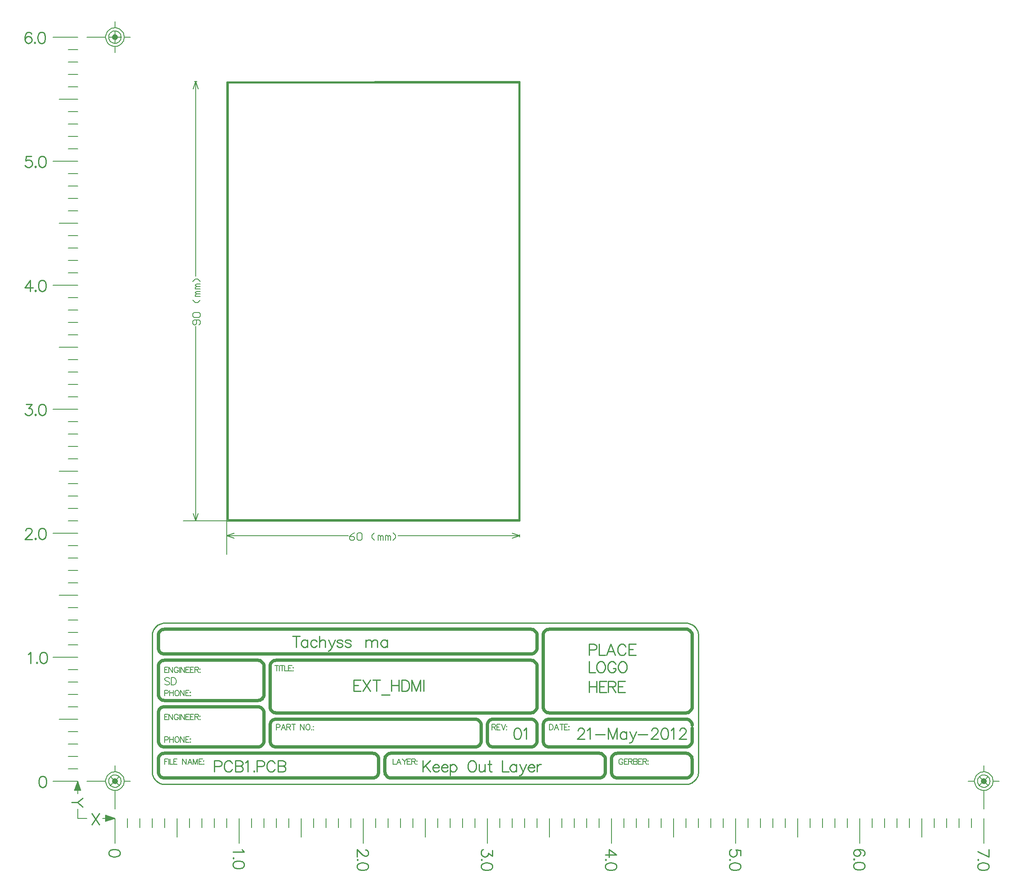
<source format=gko>
%FSLAX44Y44*%
%MOMM*%
G71*
G01*
G75*
%ADD10R,0.5000X0.5000*%
%ADD11R,1.4000X1.2000*%
%ADD12R,0.5080X0.6350*%
%ADD13R,0.3000X0.9000*%
%ADD14R,0.9000X0.3000*%
%ADD15R,5.2000X5.2000*%
%ADD16R,1.6000X1.6000*%
%ADD17R,1.1000X0.6000*%
%ADD18R,6.7000X6.7000*%
%ADD19R,3.0000X1.6000*%
%ADD20R,2.6000X0.3000*%
%ADD21R,0.6350X0.5080*%
%ADD22R,0.6000X1.1000*%
%ADD23R,0.5000X1.0000*%
%ADD24C,0.5000*%
%ADD25C,0.3000*%
%ADD26C,0.2000*%
%ADD27C,0.2286*%
%ADD28C,0.6350*%
%ADD29C,0.2540*%
%ADD30C,0.2032*%
%ADD31C,0.2500*%
%ADD32C,0.1270*%
%ADD33C,0.1524*%
%ADD34C,2.4000*%
%ADD35R,1.6000X2.0000*%
%ADD36O,1.6000X2.0000*%
%ADD37C,6.0000*%
%ADD38C,2.3000*%
%ADD39C,3.3000*%
%ADD40C,2.0000*%
%ADD41R,2.0000X2.0000*%
%ADD42C,0.8000*%
%ADD43C,1.0000*%
%ADD44C,0.4000*%
%ADD45R,0.7000X0.7000*%
%ADD46R,1.6000X1.4000*%
%ADD47R,0.7080X0.8350*%
%ADD48R,0.5000X1.1000*%
%ADD49R,1.1000X0.5000*%
%ADD50R,5.4000X5.4000*%
%ADD51R,1.8000X1.8000*%
%ADD52R,1.3000X0.8000*%
%ADD53R,6.9000X6.9000*%
%ADD54R,3.2000X1.8000*%
%ADD55R,2.8000X0.5000*%
%ADD56R,0.8350X0.7080*%
%ADD57R,0.8000X1.3000*%
%ADD58R,0.7000X1.2000*%
%ADD59C,2.6000*%
%ADD60R,1.8000X2.2000*%
%ADD61O,1.8000X2.2000*%
%ADD62C,6.2000*%
%ADD63C,2.5000*%
%ADD64C,3.5000*%
%ADD65C,2.2000*%
%ADD66R,2.2000X2.2000*%
%ADD67C,1.2000*%
D26*
X2559398Y1850218D02*
Y1855298D01*
X1959398Y1850218D02*
Y1855298D01*
X2544158Y1847678D02*
X2559398Y1852758D01*
X2544158Y1857838D02*
X2559398Y1852758D01*
X1959398D02*
X1974638Y1847678D01*
X1959398Y1852758D02*
X1974638Y1857838D01*
X2310437Y1852758D02*
X2559398D01*
X1959398D02*
X2208359D01*
X1959398Y1814658D02*
Y1883238D01*
X1893358Y2783238D02*
X1898438D01*
X1893358Y1883238D02*
X1898438D01*
X1895898Y2783238D02*
X1900978Y2767998D01*
X1890818D02*
X1895898Y2783238D01*
Y1883238D02*
X1900978Y1898478D01*
X1890818D02*
X1895898Y1883238D01*
Y2384277D02*
Y2783238D01*
Y1883238D02*
Y2282199D01*
X1870498Y1883238D02*
X1959398D01*
D27*
X2101636Y1647013D02*
Y1624158D01*
X2094018Y1647013D02*
X2109254D01*
X2125035Y1639395D02*
Y1624158D01*
Y1636130D02*
X2122859Y1638306D01*
X2120682Y1639395D01*
X2117417D01*
X2115240Y1638306D01*
X2113064Y1636130D01*
X2111975Y1632865D01*
Y1630688D01*
X2113064Y1627423D01*
X2115240Y1625246D01*
X2117417Y1624158D01*
X2120682D01*
X2122859Y1625246D01*
X2125035Y1627423D01*
X2144190Y1636130D02*
X2142013Y1638306D01*
X2139837Y1639395D01*
X2136572D01*
X2134395Y1638306D01*
X2132218Y1636130D01*
X2131130Y1632865D01*
Y1630688D01*
X2132218Y1627423D01*
X2134395Y1625246D01*
X2136572Y1624158D01*
X2139837D01*
X2142013Y1625246D01*
X2144190Y1627423D01*
X2149088Y1647013D02*
Y1624158D01*
Y1635042D02*
X2152353Y1638306D01*
X2154529Y1639395D01*
X2157794D01*
X2159971Y1638306D01*
X2161059Y1635042D01*
Y1624158D01*
X2168134Y1639395D02*
X2174664Y1624158D01*
X2181194Y1639395D02*
X2174664Y1624158D01*
X2172487Y1619805D01*
X2170310Y1617628D01*
X2168134Y1616540D01*
X2167045D01*
X2196974Y1636130D02*
X2195886Y1638306D01*
X2192621Y1639395D01*
X2189356D01*
X2186091Y1638306D01*
X2185003Y1636130D01*
X2186091Y1633953D01*
X2188268Y1632865D01*
X2193709Y1631776D01*
X2195886Y1630688D01*
X2196974Y1628512D01*
Y1627423D01*
X2195886Y1625246D01*
X2192621Y1624158D01*
X2189356D01*
X2186091Y1625246D01*
X2185003Y1627423D01*
X2213735Y1636130D02*
X2212646Y1638306D01*
X2209382Y1639395D01*
X2206116D01*
X2202852Y1638306D01*
X2201763Y1636130D01*
X2202852Y1633953D01*
X2205028Y1632865D01*
X2210470Y1631776D01*
X2212646Y1630688D01*
X2213735Y1628512D01*
Y1627423D01*
X2212646Y1625246D01*
X2209382Y1624158D01*
X2206116D01*
X2202852Y1625246D01*
X2201763Y1627423D01*
X2243664Y1639395D02*
Y1624158D01*
Y1635042D02*
X2246929Y1638306D01*
X2249106Y1639395D01*
X2252371D01*
X2254548Y1638306D01*
X2255636Y1635042D01*
Y1624158D01*
Y1635042D02*
X2258901Y1638306D01*
X2261078Y1639395D01*
X2264343D01*
X2266519Y1638306D01*
X2267608Y1635042D01*
Y1624158D01*
X2287851Y1639395D02*
Y1624158D01*
Y1636130D02*
X2285674Y1638306D01*
X2283497Y1639395D01*
X2280232D01*
X2278056Y1638306D01*
X2275879Y1636130D01*
X2274791Y1632865D01*
Y1630688D01*
X2275879Y1627423D01*
X2278056Y1625246D01*
X2280232Y1624158D01*
X2283497D01*
X2285674Y1625246D01*
X2287851Y1627423D01*
X2233896Y1556843D02*
X2219748D01*
Y1533988D01*
X2233896D01*
X2219748Y1545960D02*
X2228454D01*
X2237705Y1556843D02*
X2252942Y1533988D01*
Y1556843D02*
X2237705Y1533988D01*
X2265676Y1556843D02*
Y1533988D01*
X2258057Y1556843D02*
X2273294D01*
X2276015Y1526370D02*
X2293428D01*
X2296367Y1556843D02*
Y1533988D01*
X2311603Y1556843D02*
Y1533988D01*
X2296367Y1545960D02*
X2311603D01*
X2317916Y1556843D02*
Y1533988D01*
Y1556843D02*
X2325534D01*
X2328799Y1555755D01*
X2330976Y1553578D01*
X2332064Y1551402D01*
X2333152Y1548136D01*
Y1542695D01*
X2332064Y1539430D01*
X2330976Y1537253D01*
X2328799Y1535076D01*
X2325534Y1533988D01*
X2317916D01*
X2338268Y1556843D02*
Y1533988D01*
Y1556843D02*
X2346974Y1533988D01*
X2355681Y1556843D02*
X2346974Y1533988D01*
X2355681Y1556843D02*
Y1533988D01*
X2362211Y1556843D02*
Y1533988D01*
X1933998Y1379772D02*
X1943793D01*
X1947058Y1380860D01*
X1948146Y1381948D01*
X1949234Y1384125D01*
Y1387390D01*
X1948146Y1389567D01*
X1947058Y1390655D01*
X1943793Y1391743D01*
X1933998D01*
Y1368888D01*
X1970675Y1386302D02*
X1969586Y1388478D01*
X1967410Y1390655D01*
X1965233Y1391743D01*
X1960880D01*
X1958703Y1390655D01*
X1956526Y1388478D01*
X1955438Y1386302D01*
X1954350Y1383036D01*
Y1377595D01*
X1955438Y1374330D01*
X1956526Y1372153D01*
X1958703Y1369977D01*
X1960880Y1368888D01*
X1965233D01*
X1967410Y1369977D01*
X1969586Y1372153D01*
X1970675Y1374330D01*
X1977096Y1391743D02*
Y1368888D01*
Y1391743D02*
X1986891D01*
X1990156Y1390655D01*
X1991244Y1389567D01*
X1992333Y1387390D01*
Y1385213D01*
X1991244Y1383036D01*
X1990156Y1381948D01*
X1986891Y1380860D01*
X1977096D02*
X1986891D01*
X1990156Y1379772D01*
X1991244Y1378683D01*
X1992333Y1376507D01*
Y1373241D01*
X1991244Y1371065D01*
X1990156Y1369977D01*
X1986891Y1368888D01*
X1977096D01*
X1997448Y1387390D02*
X1999624Y1388478D01*
X2002890Y1391743D01*
Y1368888D01*
X2015297Y1371065D02*
X2014208Y1369977D01*
X2015297Y1368888D01*
X2016385Y1369977D01*
X2015297Y1371065D01*
X2021391Y1379772D02*
X2031186D01*
X2034451Y1380860D01*
X2035540Y1381948D01*
X2036628Y1384125D01*
Y1387390D01*
X2035540Y1389567D01*
X2034451Y1390655D01*
X2031186Y1391743D01*
X2021391D01*
Y1368888D01*
X2058068Y1386302D02*
X2056980Y1388478D01*
X2054803Y1390655D01*
X2052627Y1391743D01*
X2048273D01*
X2046096Y1390655D01*
X2043920Y1388478D01*
X2042832Y1386302D01*
X2041743Y1383036D01*
Y1377595D01*
X2042832Y1374330D01*
X2043920Y1372153D01*
X2046096Y1369977D01*
X2048273Y1368888D01*
X2052627D01*
X2054803Y1369977D01*
X2056980Y1372153D01*
X2058068Y1374330D01*
X2064489Y1391743D02*
Y1368888D01*
Y1391743D02*
X2074285D01*
X2077549Y1390655D01*
X2078638Y1389567D01*
X2079726Y1387390D01*
Y1385213D01*
X2078638Y1383036D01*
X2077549Y1381948D01*
X2074285Y1380860D01*
X2064489D02*
X2074285D01*
X2077549Y1379772D01*
X2078638Y1378683D01*
X2079726Y1376507D01*
Y1373241D01*
X2078638Y1371065D01*
X2077549Y1369977D01*
X2074285Y1368888D01*
X2064489D01*
X2360718Y1391743D02*
Y1368888D01*
X2375954Y1391743D02*
X2360718Y1376507D01*
X2366159Y1381948D02*
X2375954Y1368888D01*
X2381070Y1377595D02*
X2394130D01*
Y1379772D01*
X2393041Y1381948D01*
X2391953Y1383036D01*
X2389776Y1384125D01*
X2386511D01*
X2384335Y1383036D01*
X2382158Y1380860D01*
X2381070Y1377595D01*
Y1375418D01*
X2382158Y1372153D01*
X2384335Y1369977D01*
X2386511Y1368888D01*
X2389776D01*
X2391953Y1369977D01*
X2394130Y1372153D01*
X2399027Y1377595D02*
X2412087D01*
Y1379772D01*
X2410999Y1381948D01*
X2409911Y1383036D01*
X2407734Y1384125D01*
X2404469D01*
X2402292Y1383036D01*
X2400116Y1380860D01*
X2399027Y1377595D01*
Y1375418D01*
X2400116Y1372153D01*
X2402292Y1369977D01*
X2404469Y1368888D01*
X2407734D01*
X2409911Y1369977D01*
X2412087Y1372153D01*
X2416985Y1384125D02*
Y1361270D01*
Y1380860D02*
X2419161Y1383036D01*
X2421338Y1384125D01*
X2424603D01*
X2426780Y1383036D01*
X2428956Y1380860D01*
X2430045Y1377595D01*
Y1375418D01*
X2428956Y1372153D01*
X2426780Y1369977D01*
X2424603Y1368888D01*
X2421338D01*
X2419161Y1369977D01*
X2416985Y1372153D01*
X2459430Y1391743D02*
X2457253Y1390655D01*
X2455077Y1388478D01*
X2453988Y1386302D01*
X2452900Y1383036D01*
Y1377595D01*
X2453988Y1374330D01*
X2455077Y1372153D01*
X2457253Y1369977D01*
X2459430Y1368888D01*
X2463783D01*
X2465960Y1369977D01*
X2468137Y1372153D01*
X2469225Y1374330D01*
X2470313Y1377595D01*
Y1383036D01*
X2469225Y1386302D01*
X2468137Y1388478D01*
X2465960Y1390655D01*
X2463783Y1391743D01*
X2459430D01*
X2475646Y1384125D02*
Y1373241D01*
X2476734Y1369977D01*
X2478911Y1368888D01*
X2482176D01*
X2484353Y1369977D01*
X2487618Y1373241D01*
Y1384125D02*
Y1368888D01*
X2496869Y1391743D02*
Y1373241D01*
X2497957Y1369977D01*
X2500134Y1368888D01*
X2502310D01*
X2493604Y1384125D02*
X2501222D01*
X2523533Y1391743D02*
Y1368888D01*
X2536593D01*
X2552156Y1384125D02*
Y1368888D01*
Y1380860D02*
X2549980Y1383036D01*
X2547803Y1384125D01*
X2544538D01*
X2542361Y1383036D01*
X2540185Y1380860D01*
X2539096Y1377595D01*
Y1375418D01*
X2540185Y1372153D01*
X2542361Y1369977D01*
X2544538Y1368888D01*
X2547803D01*
X2549980Y1369977D01*
X2552156Y1372153D01*
X2559339Y1384125D02*
X2565869Y1368888D01*
X2572399Y1384125D02*
X2565869Y1368888D01*
X2563693Y1364535D01*
X2561516Y1362358D01*
X2559339Y1361270D01*
X2558251D01*
X2576208Y1377595D02*
X2589269D01*
Y1379772D01*
X2588180Y1381948D01*
X2587092Y1383036D01*
X2584915Y1384125D01*
X2581650D01*
X2579474Y1383036D01*
X2577297Y1380860D01*
X2576208Y1377595D01*
Y1375418D01*
X2577297Y1372153D01*
X2579474Y1369977D01*
X2581650Y1368888D01*
X2584915D01*
X2587092Y1369977D01*
X2589269Y1372153D01*
X2594166Y1384125D02*
Y1368888D01*
Y1377595D02*
X2595255Y1380860D01*
X2597431Y1383036D01*
X2599608Y1384125D01*
X2602873D01*
X2553303Y1458418D02*
X2550038Y1457330D01*
X2547861Y1454065D01*
X2546773Y1448623D01*
Y1445358D01*
X2547861Y1439917D01*
X2550038Y1436651D01*
X2553303Y1435563D01*
X2555479D01*
X2558744Y1436651D01*
X2560921Y1439917D01*
X2562009Y1445358D01*
Y1448623D01*
X2560921Y1454065D01*
X2558744Y1457330D01*
X2555479Y1458418D01*
X2553303D01*
X2567125Y1454065D02*
X2569301Y1455153D01*
X2572566Y1458418D01*
Y1435563D01*
X2701078Y1618531D02*
X2710873D01*
X2714138Y1619620D01*
X2715226Y1620708D01*
X2716314Y1622885D01*
Y1626150D01*
X2715226Y1628327D01*
X2714138Y1629415D01*
X2710873Y1630503D01*
X2701078D01*
Y1607648D01*
X2721430Y1630503D02*
Y1607648D01*
X2734490D01*
X2754406D02*
X2745699Y1630503D01*
X2736993Y1607648D01*
X2740258Y1615267D02*
X2751141D01*
X2776064Y1625061D02*
X2774976Y1627238D01*
X2772799Y1629415D01*
X2770623Y1630503D01*
X2766269D01*
X2764092Y1629415D01*
X2761916Y1627238D01*
X2760827Y1625061D01*
X2759739Y1621797D01*
Y1616355D01*
X2760827Y1613090D01*
X2761916Y1610913D01*
X2764092Y1608737D01*
X2766269Y1607648D01*
X2770623D01*
X2772799Y1608737D01*
X2774976Y1610913D01*
X2776064Y1613090D01*
X2796634Y1630503D02*
X2782485D01*
Y1607648D01*
X2796634D01*
X2782485Y1619620D02*
X2791192D01*
X2701078Y1594943D02*
Y1572088D01*
X2714138D01*
X2723171Y1594943D02*
X2720994Y1593855D01*
X2718818Y1591678D01*
X2717729Y1589501D01*
X2716641Y1586237D01*
Y1580795D01*
X2717729Y1577530D01*
X2718818Y1575353D01*
X2720994Y1573177D01*
X2723171Y1572088D01*
X2727524D01*
X2729701Y1573177D01*
X2731878Y1575353D01*
X2732966Y1577530D01*
X2734054Y1580795D01*
Y1586237D01*
X2732966Y1589501D01*
X2731878Y1591678D01*
X2729701Y1593855D01*
X2727524Y1594943D01*
X2723171D01*
X2755712Y1589501D02*
X2754624Y1591678D01*
X2752447Y1593855D01*
X2750271Y1594943D01*
X2745917D01*
X2743741Y1593855D01*
X2741564Y1591678D01*
X2740475Y1589501D01*
X2739387Y1586237D01*
Y1580795D01*
X2740475Y1577530D01*
X2741564Y1575353D01*
X2743741Y1573177D01*
X2745917Y1572088D01*
X2750271D01*
X2752447Y1573177D01*
X2754624Y1575353D01*
X2755712Y1577530D01*
Y1580795D01*
X2750271D02*
X2755712D01*
X2767466Y1594943D02*
X2765290Y1593855D01*
X2763113Y1591678D01*
X2762025Y1589501D01*
X2760936Y1586237D01*
Y1580795D01*
X2762025Y1577530D01*
X2763113Y1575353D01*
X2765290Y1573177D01*
X2767466Y1572088D01*
X2771820D01*
X2773996Y1573177D01*
X2776173Y1575353D01*
X2777261Y1577530D01*
X2778350Y1580795D01*
Y1586237D01*
X2777261Y1589501D01*
X2776173Y1591678D01*
X2773996Y1593855D01*
X2771820Y1594943D01*
X2767466D01*
X2701078Y1554303D02*
Y1531448D01*
X2716314Y1554303D02*
Y1531448D01*
X2701078Y1543420D02*
X2716314D01*
X2736775Y1554303D02*
X2722627D01*
Y1531448D01*
X2736775D01*
X2722627Y1543420D02*
X2731334D01*
X2740584Y1554303D02*
Y1531448D01*
Y1554303D02*
X2750379D01*
X2753644Y1553215D01*
X2754733Y1552127D01*
X2755821Y1549950D01*
Y1547773D01*
X2754733Y1545596D01*
X2753644Y1544508D01*
X2750379Y1543420D01*
X2740584D01*
X2748203D02*
X2755821Y1531448D01*
X2775085Y1554303D02*
X2760936D01*
Y1531448D01*
X2775085D01*
X2760936Y1543420D02*
X2769643D01*
X2678036Y1452977D02*
Y1454065D01*
X2679124Y1456242D01*
X2680213Y1457330D01*
X2682390Y1458418D01*
X2686743D01*
X2688919Y1457330D01*
X2690008Y1456242D01*
X2691096Y1454065D01*
Y1451888D01*
X2690008Y1449711D01*
X2687831Y1446447D01*
X2676948Y1435563D01*
X2692184D01*
X2697299Y1454065D02*
X2699476Y1455153D01*
X2702741Y1458418D01*
Y1435563D01*
X2714060Y1445358D02*
X2733650D01*
X2740398Y1458418D02*
Y1435563D01*
Y1458418D02*
X2749105Y1435563D01*
X2757811Y1458418D02*
X2749105Y1435563D01*
X2757811Y1458418D02*
Y1435563D01*
X2777401Y1450800D02*
Y1435563D01*
Y1447535D02*
X2775225Y1449711D01*
X2773048Y1450800D01*
X2769783D01*
X2767606Y1449711D01*
X2765430Y1447535D01*
X2764341Y1444270D01*
Y1442093D01*
X2765430Y1438828D01*
X2767606Y1436651D01*
X2769783Y1435563D01*
X2773048D01*
X2775225Y1436651D01*
X2777401Y1438828D01*
X2784584Y1450800D02*
X2791115Y1435563D01*
X2797644Y1450800D02*
X2791115Y1435563D01*
X2788938Y1431210D01*
X2786761Y1429033D01*
X2784584Y1427945D01*
X2783496D01*
X2801454Y1445358D02*
X2821044D01*
X2828880Y1452977D02*
Y1454065D01*
X2829968Y1456242D01*
X2831057Y1457330D01*
X2833233Y1458418D01*
X2837586D01*
X2839763Y1457330D01*
X2840851Y1456242D01*
X2841940Y1454065D01*
Y1451888D01*
X2840851Y1449711D01*
X2838675Y1446447D01*
X2827791Y1435563D01*
X2843028D01*
X2854673Y1458418D02*
X2851408Y1457330D01*
X2849232Y1454065D01*
X2848143Y1448623D01*
Y1445358D01*
X2849232Y1439917D01*
X2851408Y1436651D01*
X2854673Y1435563D01*
X2856850D01*
X2860115Y1436651D01*
X2862292Y1439917D01*
X2863380Y1445358D01*
Y1448623D01*
X2862292Y1454065D01*
X2860115Y1457330D01*
X2856850Y1458418D01*
X2854673D01*
X2868495Y1454065D02*
X2870672Y1455153D01*
X2873937Y1458418D01*
Y1435563D01*
X2886344Y1452977D02*
Y1454065D01*
X2887432Y1456242D01*
X2888521Y1457330D01*
X2890697Y1458418D01*
X2895051D01*
X2897227Y1457330D01*
X2898316Y1456242D01*
X2899404Y1454065D01*
Y1451888D01*
X2898316Y1449711D01*
X2896139Y1446447D01*
X2885256Y1435563D01*
X2900492D01*
X1664753Y1314913D02*
X1653869Y1306206D01*
X1641898D01*
X1664753Y1297500D02*
X1653869Y1306206D01*
X1683173Y1283793D02*
X1698409Y1260938D01*
Y1283793D02*
X1683173Y1260938D01*
X3261688Y1197078D02*
X3263864Y1198166D01*
X3264953Y1201431D01*
Y1203608D01*
X3263864Y1206873D01*
X3260599Y1209050D01*
X3255158Y1210138D01*
X3249716D01*
X3245363Y1209050D01*
X3243186Y1206873D01*
X3242098Y1203608D01*
Y1202520D01*
X3243186Y1199255D01*
X3245363Y1197078D01*
X3248628Y1195990D01*
X3249716D01*
X3252981Y1197078D01*
X3255158Y1199255D01*
X3256246Y1202520D01*
Y1203608D01*
X3255158Y1206873D01*
X3252981Y1209050D01*
X3249716Y1210138D01*
X3244274Y1189895D02*
X3243186Y1190983D01*
X3242098Y1189895D01*
X3243186Y1188807D01*
X3244274Y1189895D01*
X3264953Y1177270D02*
X3263864Y1180535D01*
X3260599Y1182712D01*
X3255158Y1183800D01*
X3251893D01*
X3246451Y1182712D01*
X3243186Y1180535D01*
X3242098Y1177270D01*
Y1175094D01*
X3243186Y1171829D01*
X3246451Y1169652D01*
X3251893Y1168564D01*
X3255158D01*
X3260599Y1169652D01*
X3263864Y1171829D01*
X3264953Y1175094D01*
Y1177270D01*
X2756953Y1199255D02*
X2741716Y1210138D01*
Y1193813D01*
X2756953Y1199255D02*
X2734098D01*
X2736274Y1188698D02*
X2735186Y1189786D01*
X2734098Y1188698D01*
X2735186Y1187609D01*
X2736274Y1188698D01*
X2756953Y1176073D02*
X2755864Y1179338D01*
X2752599Y1181515D01*
X2747158Y1182603D01*
X2743893D01*
X2738451Y1181515D01*
X2735186Y1179338D01*
X2734098Y1176073D01*
Y1173896D01*
X2735186Y1170631D01*
X2738451Y1168455D01*
X2743893Y1167366D01*
X2747158D01*
X2752599Y1168455D01*
X2755864Y1170631D01*
X2756953Y1173896D01*
Y1176073D01*
X2243511Y1209050D02*
X2244599D01*
X2246776Y1207962D01*
X2247864Y1206873D01*
X2248953Y1204696D01*
Y1200343D01*
X2247864Y1198166D01*
X2246776Y1197078D01*
X2244599Y1195990D01*
X2242423D01*
X2240246Y1197078D01*
X2236981Y1199255D01*
X2226098Y1210138D01*
Y1194901D01*
X2228274Y1188698D02*
X2227186Y1189786D01*
X2226098Y1188698D01*
X2227186Y1187609D01*
X2228274Y1188698D01*
X2248953Y1176073D02*
X2247864Y1179338D01*
X2244599Y1181515D01*
X2239158Y1182603D01*
X2235893D01*
X2230451Y1181515D01*
X2227186Y1179338D01*
X2226098Y1176073D01*
Y1173896D01*
X2227186Y1170631D01*
X2230451Y1168455D01*
X2235893Y1167366D01*
X2239158D01*
X2244599Y1168455D01*
X2247864Y1170631D01*
X2248953Y1173896D01*
Y1176073D01*
X1740953Y1203608D02*
X1739864Y1206873D01*
X1736599Y1209050D01*
X1731158Y1210138D01*
X1727893D01*
X1722451Y1209050D01*
X1719186Y1206873D01*
X1718098Y1203608D01*
Y1201431D01*
X1719186Y1198166D01*
X1722451Y1195990D01*
X1727893Y1194901D01*
X1731158D01*
X1736599Y1195990D01*
X1739864Y1198166D01*
X1740953Y1201431D01*
Y1203608D01*
X1990599Y1210138D02*
X1991688Y1207962D01*
X1994953Y1204696D01*
X1972098D01*
X1974274Y1192289D02*
X1973186Y1193378D01*
X1972098Y1192289D01*
X1973186Y1191201D01*
X1974274Y1192289D01*
X1994953Y1179665D02*
X1993864Y1182930D01*
X1990599Y1185106D01*
X1985158Y1186195D01*
X1981893D01*
X1976451Y1185106D01*
X1973186Y1182930D01*
X1972098Y1179665D01*
Y1177488D01*
X1973186Y1174223D01*
X1976451Y1172046D01*
X1981893Y1170958D01*
X1985158D01*
X1990599Y1172046D01*
X1993864Y1174223D01*
X1994953Y1177488D01*
Y1179665D01*
X2502953Y1207962D02*
Y1195990D01*
X2494246Y1202520D01*
Y1199255D01*
X2493158Y1197078D01*
X2492069Y1195990D01*
X2488804Y1194901D01*
X2486628D01*
X2483363Y1195990D01*
X2481186Y1198166D01*
X2480098Y1201431D01*
Y1204696D01*
X2481186Y1207962D01*
X2482274Y1209050D01*
X2484451Y1210138D01*
X2482274Y1188698D02*
X2481186Y1189786D01*
X2480098Y1188698D01*
X2481186Y1187609D01*
X2482274Y1188698D01*
X2502953Y1176073D02*
X2501864Y1179338D01*
X2498599Y1181515D01*
X2493158Y1182603D01*
X2489893D01*
X2484451Y1181515D01*
X2481186Y1179338D01*
X2480098Y1176073D01*
Y1173896D01*
X2481186Y1170631D01*
X2484451Y1168455D01*
X2489893Y1167366D01*
X2493158D01*
X2498599Y1168455D01*
X2501864Y1170631D01*
X2502953Y1173896D01*
Y1176073D01*
X3010953Y1197078D02*
Y1207962D01*
X3001158Y1209050D01*
X3002246Y1207962D01*
X3003334Y1204696D01*
Y1201431D01*
X3002246Y1198166D01*
X3000069Y1195990D01*
X2996805Y1194901D01*
X2994628D01*
X2991363Y1195990D01*
X2989186Y1198166D01*
X2988098Y1201431D01*
Y1204696D01*
X2989186Y1207962D01*
X2990274Y1209050D01*
X2992451Y1210138D01*
X2990274Y1188698D02*
X2989186Y1189786D01*
X2988098Y1188698D01*
X2989186Y1187609D01*
X2990274Y1188698D01*
X3010953Y1176073D02*
X3009865Y1179338D01*
X3006599Y1181515D01*
X3001158Y1182603D01*
X2997893D01*
X2992451Y1181515D01*
X2989186Y1179338D01*
X2988098Y1176073D01*
Y1173896D01*
X2989186Y1170631D01*
X2992451Y1168455D01*
X2997893Y1167366D01*
X3001158D01*
X3006599Y1168455D01*
X3009865Y1170631D01*
X3010953Y1173896D01*
Y1176073D01*
X3518953Y1194901D02*
X3496098Y1205785D01*
X3518953Y1210138D02*
Y1194901D01*
X3498275Y1188698D02*
X3497186Y1189786D01*
X3496098Y1188698D01*
X3497186Y1187609D01*
X3498275Y1188698D01*
X3518953Y1176073D02*
X3517864Y1179338D01*
X3514599Y1181515D01*
X3509158Y1182603D01*
X3505893D01*
X3500451Y1181515D01*
X3497186Y1179338D01*
X3496098Y1176073D01*
Y1173896D01*
X3497186Y1170631D01*
X3500451Y1168455D01*
X3505893Y1167366D01*
X3509158D01*
X3514599Y1168455D01*
X3517864Y1170631D01*
X3518953Y1173896D01*
Y1176073D01*
X1559708Y2629993D02*
X1548824D01*
X1547736Y2620198D01*
X1548824Y2621287D01*
X1552089Y2622375D01*
X1555354D01*
X1558619Y2621287D01*
X1560796Y2619110D01*
X1561884Y2615845D01*
Y2613668D01*
X1560796Y2610403D01*
X1558619Y2608227D01*
X1555354Y2607138D01*
X1552089D01*
X1548824Y2608227D01*
X1547736Y2609315D01*
X1546648Y2611491D01*
X1568088Y2609315D02*
X1567000Y2608227D01*
X1568088Y2607138D01*
X1569176Y2608227D01*
X1568088Y2609315D01*
X1580713Y2629993D02*
X1577448Y2628905D01*
X1575271Y2625640D01*
X1574183Y2620198D01*
Y2616933D01*
X1575271Y2611491D01*
X1577448Y2608227D01*
X1580713Y2607138D01*
X1582889D01*
X1586154Y2608227D01*
X1588331Y2611491D01*
X1589419Y2616933D01*
Y2620198D01*
X1588331Y2625640D01*
X1586154Y2628905D01*
X1582889Y2629993D01*
X1580713D01*
X1548824Y2121993D02*
X1560796D01*
X1554266Y2113286D01*
X1557531D01*
X1559708Y2112198D01*
X1560796Y2111110D01*
X1561884Y2107845D01*
Y2105668D01*
X1560796Y2102403D01*
X1558619Y2100226D01*
X1555354Y2099138D01*
X1552089D01*
X1548824Y2100226D01*
X1547736Y2101315D01*
X1546648Y2103492D01*
X1568088Y2101315D02*
X1567000Y2100226D01*
X1568088Y2099138D01*
X1569176Y2100226D01*
X1568088Y2101315D01*
X1580713Y2121993D02*
X1577448Y2120905D01*
X1575271Y2117640D01*
X1574183Y2112198D01*
Y2108933D01*
X1575271Y2103492D01*
X1577448Y2100226D01*
X1580713Y2099138D01*
X1582889D01*
X1586154Y2100226D01*
X1588331Y2103492D01*
X1589419Y2108933D01*
Y2112198D01*
X1588331Y2117640D01*
X1586154Y2120905D01*
X1582889Y2121993D01*
X1580713D01*
X1552998Y1609640D02*
X1555174Y1610728D01*
X1558439Y1613993D01*
Y1591138D01*
X1570846Y1593315D02*
X1569758Y1592227D01*
X1570846Y1591138D01*
X1571935Y1592227D01*
X1570846Y1593315D01*
X1583471Y1613993D02*
X1580206Y1612905D01*
X1578029Y1609640D01*
X1576941Y1604198D01*
Y1600933D01*
X1578029Y1595491D01*
X1580206Y1592227D01*
X1583471Y1591138D01*
X1585648D01*
X1588913Y1592227D01*
X1591089Y1595491D01*
X1592178Y1600933D01*
Y1604198D01*
X1591089Y1609640D01*
X1588913Y1612905D01*
X1585648Y1613993D01*
X1583471D01*
X1581753Y1359993D02*
X1578488Y1358905D01*
X1576311Y1355640D01*
X1575223Y1350198D01*
Y1346933D01*
X1576311Y1341492D01*
X1578488Y1338226D01*
X1581753Y1337138D01*
X1583929D01*
X1587194Y1338226D01*
X1589371Y1341492D01*
X1590459Y1346933D01*
Y1350198D01*
X1589371Y1355640D01*
X1587194Y1358905D01*
X1583929Y1359993D01*
X1581753D01*
X1547736Y1862552D02*
Y1863640D01*
X1548824Y1865817D01*
X1549913Y1866905D01*
X1552089Y1867993D01*
X1556443D01*
X1558619Y1866905D01*
X1559708Y1865817D01*
X1560796Y1863640D01*
Y1861463D01*
X1559708Y1859286D01*
X1557531Y1856022D01*
X1546648Y1845138D01*
X1561884D01*
X1568088Y1847315D02*
X1567000Y1846227D01*
X1568088Y1845138D01*
X1569176Y1846227D01*
X1568088Y1847315D01*
X1580713Y1867993D02*
X1577448Y1866905D01*
X1575271Y1863640D01*
X1574183Y1858198D01*
Y1854933D01*
X1575271Y1849491D01*
X1577448Y1846227D01*
X1580713Y1845138D01*
X1582889D01*
X1586154Y1846227D01*
X1588331Y1849491D01*
X1589419Y1854933D01*
Y1858198D01*
X1588331Y1863640D01*
X1586154Y1866905D01*
X1582889Y1867993D01*
X1580713D01*
X1557531Y2375993D02*
X1546648Y2360757D01*
X1562973D01*
X1557531Y2375993D02*
Y2353138D01*
X1568088Y2355315D02*
X1567000Y2354227D01*
X1568088Y2353138D01*
X1569176Y2354227D01*
X1568088Y2355315D01*
X1580713Y2375993D02*
X1577448Y2374905D01*
X1575271Y2371640D01*
X1574183Y2366198D01*
Y2362933D01*
X1575271Y2357491D01*
X1577448Y2354227D01*
X1580713Y2353138D01*
X1582889D01*
X1586154Y2354227D01*
X1588331Y2357491D01*
X1589419Y2362933D01*
Y2366198D01*
X1588331Y2371640D01*
X1586154Y2374905D01*
X1582889Y2375993D01*
X1580713D01*
X1559708Y2880728D02*
X1558619Y2882905D01*
X1555354Y2883993D01*
X1553178D01*
X1549913Y2882905D01*
X1547736Y2879640D01*
X1546648Y2874198D01*
Y2868756D01*
X1547736Y2864403D01*
X1549913Y2862227D01*
X1553178Y2861138D01*
X1554266D01*
X1557531Y2862227D01*
X1559708Y2864403D01*
X1560796Y2867668D01*
Y2868756D01*
X1559708Y2872021D01*
X1557531Y2874198D01*
X1554266Y2875287D01*
X1553178D01*
X1549913Y2874198D01*
X1547736Y2872021D01*
X1546648Y2868756D01*
X1566891Y2863315D02*
X1565802Y2862227D01*
X1566891Y2861138D01*
X1567979Y2862227D01*
X1566891Y2863315D01*
X1579516Y2883993D02*
X1576250Y2882905D01*
X1574074Y2879640D01*
X1572986Y2874198D01*
Y2870933D01*
X1574074Y2865492D01*
X1576250Y2862227D01*
X1579516Y2861138D01*
X1581692D01*
X1584957Y2862227D01*
X1587134Y2865492D01*
X1588222Y2870933D01*
Y2874198D01*
X1587134Y2879640D01*
X1584957Y2882905D01*
X1581692Y2883993D01*
X1579516D01*
D28*
X2270548Y1394288D02*
X2270304Y1396766D01*
X2269581Y1399148D01*
X2268407Y1401344D01*
X2266828Y1403268D01*
X2264903Y1404848D01*
X2262708Y1406021D01*
X2260325Y1406744D01*
X2257848Y1406988D01*
X2258143Y1356187D02*
X2260604Y1356395D01*
X2262973Y1357094D01*
X2265153Y1358255D01*
X2267054Y1359833D01*
X2268597Y1361761D01*
X2269721Y1363960D01*
X2270379Y1366341D01*
X2270543Y1368806D01*
X2295948Y1406988D02*
X2293470Y1406744D01*
X2291088Y1406021D01*
X2288892Y1404848D01*
X2286967Y1403268D01*
X2285388Y1401344D01*
X2284214Y1399148D01*
X2283492Y1396766D01*
X2283248Y1394288D01*
Y1368888D02*
X2283486Y1366438D01*
X2284193Y1364079D01*
X2285342Y1361902D01*
X2286889Y1359987D01*
X2288777Y1358406D01*
X2290934Y1357220D01*
X2293280Y1356472D01*
X2295726Y1356190D01*
X2734098Y1394288D02*
X2733854Y1396766D01*
X2733131Y1399148D01*
X2731957Y1401344D01*
X2730378Y1403268D01*
X2728453Y1404848D01*
X2726258Y1406021D01*
X2723875Y1406744D01*
X2721398Y1406988D01*
X2721693Y1356187D02*
X2724154Y1356395D01*
X2726523Y1357094D01*
X2728703Y1358255D01*
X2730604Y1359833D01*
X2732148Y1361761D01*
X2733271Y1363960D01*
X2733929Y1366341D01*
X2734093Y1368806D01*
X2746798Y1368634D02*
X2747042Y1366179D01*
X2747766Y1363821D01*
X2748941Y1361652D01*
X2750520Y1359757D01*
X2752442Y1358211D01*
X2754632Y1357074D01*
X2757002Y1356392D01*
X2759461Y1356190D01*
X2759498Y1406988D02*
X2757020Y1406744D01*
X2754637Y1406021D01*
X2752442Y1404848D01*
X2750517Y1403268D01*
X2748938Y1401344D01*
X2747764Y1399148D01*
X2747042Y1396766D01*
X2746798Y1394288D01*
X2035598Y1585042D02*
X2035358Y1587470D01*
X2034650Y1589805D01*
X2033500Y1591957D01*
X2031952Y1593843D01*
X2030066Y1595391D01*
X2027915Y1596541D01*
X2025580Y1597249D01*
X2023152Y1597488D01*
X2023406Y1514938D02*
X2025784Y1515172D01*
X2028071Y1515866D01*
X2030179Y1516993D01*
X2032027Y1518509D01*
X2033543Y1520357D01*
X2034670Y1522464D01*
X2035363Y1524752D01*
X2035598Y1527130D01*
Y1489792D02*
X2035348Y1492274D01*
X2034608Y1494655D01*
X2033409Y1496842D01*
X2031797Y1498745D01*
X2029839Y1500289D01*
X2027612Y1501411D01*
X2025206Y1502068D01*
X2022717Y1502231D01*
X2048298Y1501984D02*
X2048537Y1499556D01*
X2049245Y1497221D01*
X2050395Y1495069D01*
X2051943Y1493183D01*
X2053829Y1491636D01*
X2055981Y1490486D01*
X2058316Y1489777D01*
X2060744Y1489538D01*
X2048298Y1432134D02*
X2048537Y1429706D01*
X2049245Y1427371D01*
X2050395Y1425220D01*
X2051943Y1423333D01*
X2053829Y1421786D01*
X2055981Y1420636D01*
X2058316Y1419927D01*
X2060744Y1419688D01*
X2023152D02*
X2025580Y1419927D01*
X2027915Y1420636D01*
X2030066Y1421786D01*
X2031952Y1423333D01*
X2033500Y1425220D01*
X2034650Y1427371D01*
X2035358Y1429706D01*
X2035598Y1432134D01*
X2480098Y1464392D02*
X2479859Y1466820D01*
X2479150Y1469155D01*
X2478000Y1471307D01*
X2476452Y1473193D01*
X2474566Y1474741D01*
X2472415Y1475891D01*
X2470080Y1476599D01*
X2467652Y1476838D01*
Y1419688D02*
X2470106Y1419933D01*
X2472465Y1420656D01*
X2474634Y1421831D01*
X2476529Y1423411D01*
X2478075Y1425333D01*
X2479212Y1427522D01*
X2479894Y1429893D01*
X2480096Y1432351D01*
X2492798Y1432642D02*
X2493041Y1430143D01*
X2493762Y1427737D01*
X2494934Y1425516D01*
X2496512Y1423563D01*
X2498438Y1421950D01*
X2500638Y1420740D01*
X2503031Y1419977D01*
X2505526Y1419690D01*
X2504990Y1476838D02*
X2502533Y1476588D01*
X2500177Y1475848D01*
X2498018Y1474648D01*
X2496146Y1473039D01*
X2494636Y1471084D01*
X2493551Y1468866D01*
X2492936Y1466474D01*
X2492814Y1464008D01*
X2060998Y1476838D02*
X2058520Y1476594D01*
X2056138Y1475871D01*
X2053942Y1474698D01*
X2052017Y1473118D01*
X2050438Y1471194D01*
X2049264Y1468998D01*
X2048542Y1466616D01*
X2048298Y1464138D01*
X2060998Y1597488D02*
X2058520Y1597244D01*
X2056138Y1596521D01*
X2053942Y1595348D01*
X2052017Y1593768D01*
X2050438Y1591844D01*
X2049264Y1589648D01*
X2048542Y1587266D01*
X2048298Y1584788D01*
X1819698Y1432388D02*
X1819936Y1429938D01*
X1820643Y1427579D01*
X1821792Y1425402D01*
X1823339Y1423487D01*
X1825227Y1421906D01*
X1827384Y1420719D01*
X1829730Y1419971D01*
X1832176Y1419690D01*
X1832398Y1502238D02*
X1829920Y1501994D01*
X1827538Y1501271D01*
X1825342Y1500098D01*
X1823417Y1498518D01*
X1821838Y1496594D01*
X1820664Y1494398D01*
X1819942Y1492016D01*
X1819698Y1489538D01*
Y1527638D02*
X1819942Y1525161D01*
X1820664Y1522778D01*
X1821838Y1520582D01*
X1823417Y1518658D01*
X1825342Y1517079D01*
X1827538Y1515905D01*
X1829920Y1515182D01*
X1832398Y1514938D01*
Y1597488D02*
X1829920Y1597244D01*
X1827538Y1596521D01*
X1825342Y1595348D01*
X1823417Y1593768D01*
X1821838Y1591844D01*
X1820664Y1589648D01*
X1819942Y1587266D01*
X1819698Y1584788D01*
Y1622888D02*
X1819942Y1620410D01*
X1820664Y1618028D01*
X1821838Y1615832D01*
X1823417Y1613908D01*
X1825342Y1612328D01*
X1827538Y1611155D01*
X1829920Y1610432D01*
X1832398Y1610188D01*
Y1660988D02*
X1829920Y1660744D01*
X1827538Y1660021D01*
X1825342Y1658848D01*
X1823417Y1657268D01*
X1821838Y1655344D01*
X1820664Y1653148D01*
X1819942Y1650766D01*
X1819698Y1648288D01*
X2594398D02*
X2594154Y1650766D01*
X2593431Y1653148D01*
X2592257Y1655344D01*
X2590678Y1657268D01*
X2588753Y1658848D01*
X2586558Y1660021D01*
X2584175Y1660744D01*
X2581698Y1660988D01*
X2619798D02*
X2617320Y1660744D01*
X2614938Y1660021D01*
X2612742Y1658848D01*
X2610817Y1657268D01*
X2609238Y1655344D01*
X2608064Y1653148D01*
X2607342Y1650766D01*
X2607098Y1648288D01*
X2581698Y1610188D02*
X2584175Y1610432D01*
X2586558Y1611155D01*
X2588753Y1612328D01*
X2590678Y1613908D01*
X2592257Y1615832D01*
X2593431Y1618028D01*
X2594154Y1620410D01*
X2594398Y1622888D01*
Y1584788D02*
X2594154Y1587266D01*
X2593431Y1589648D01*
X2592257Y1591844D01*
X2590678Y1593768D01*
X2588753Y1595348D01*
X2586558Y1596521D01*
X2584175Y1597244D01*
X2581698Y1597488D01*
X1832398Y1406988D02*
X1829920Y1406744D01*
X1827538Y1406021D01*
X1825342Y1404848D01*
X1823417Y1403268D01*
X1821838Y1401344D01*
X1820664Y1399148D01*
X1819942Y1396766D01*
X1819698Y1394288D01*
X2581919Y1489538D02*
X2584366Y1489819D01*
X2586712Y1490567D01*
X2588870Y1491754D01*
X2590758Y1493335D01*
X2592305Y1495250D01*
X2593454Y1497428D01*
X2594161Y1499787D01*
X2594400Y1502238D01*
X1819698Y1368888D02*
X1819936Y1366438D01*
X1820643Y1364079D01*
X1821792Y1361902D01*
X1823339Y1359987D01*
X1825227Y1358406D01*
X1827384Y1357220D01*
X1829730Y1356472D01*
X1832176Y1356190D01*
X2594398Y1464392D02*
X2594159Y1466820D01*
X2593450Y1469155D01*
X2592300Y1471307D01*
X2590752Y1473193D01*
X2588866Y1474741D01*
X2586714Y1475891D01*
X2584380Y1476599D01*
X2581952Y1476838D01*
X2607098Y1432134D02*
X2607342Y1429679D01*
X2608066Y1427321D01*
X2609241Y1425152D01*
X2610820Y1423257D01*
X2612742Y1421711D01*
X2614932Y1420574D01*
X2617302Y1419892D01*
X2619761Y1419690D01*
X2581698Y1419688D02*
X2584175Y1419932D01*
X2586558Y1420655D01*
X2588753Y1421828D01*
X2590678Y1423408D01*
X2592257Y1425332D01*
X2593431Y1427528D01*
X2594154Y1429910D01*
X2594398Y1432388D01*
X2899198Y1356188D02*
X2901675Y1356432D01*
X2904058Y1357155D01*
X2906253Y1358329D01*
X2908178Y1359908D01*
X2909757Y1361832D01*
X2910931Y1364028D01*
X2911654Y1366411D01*
X2911898Y1368888D01*
X2911898Y1394510D02*
X2911617Y1396956D01*
X2910869Y1399302D01*
X2909682Y1401460D01*
X2908101Y1403348D01*
X2906186Y1404896D01*
X2904008Y1406045D01*
X2901649Y1406752D01*
X2899198Y1406991D01*
Y1419688D02*
X2901675Y1419932D01*
X2904058Y1420655D01*
X2906253Y1421828D01*
X2908178Y1423408D01*
X2909757Y1425332D01*
X2910931Y1427528D01*
X2911654Y1429910D01*
X2911898Y1432388D01*
Y1648542D02*
X2911648Y1651024D01*
X2910908Y1653405D01*
X2909709Y1655592D01*
X2908098Y1657495D01*
X2906139Y1659039D01*
X2903912Y1660161D01*
X2901506Y1660818D01*
X2899017Y1660981D01*
X2607098Y1502238D02*
X2607342Y1499760D01*
X2608064Y1497378D01*
X2609238Y1495182D01*
X2610817Y1493258D01*
X2612742Y1491678D01*
X2614938Y1490505D01*
X2617320Y1489782D01*
X2619798Y1489538D01*
X2899198D02*
X2901675Y1489782D01*
X2904058Y1490505D01*
X2906253Y1491678D01*
X2908178Y1493258D01*
X2909757Y1495182D01*
X2910931Y1497378D01*
X2911654Y1499760D01*
X2911898Y1502238D01*
X2619798Y1476838D02*
X2617320Y1476594D01*
X2614938Y1475871D01*
X2612742Y1474698D01*
X2610817Y1473118D01*
X2609238Y1471194D01*
X2608064Y1468998D01*
X2607342Y1466616D01*
X2607098Y1464138D01*
X2911898Y1464392D02*
X2911659Y1466820D01*
X2910950Y1469155D01*
X2909800Y1471307D01*
X2908252Y1473193D01*
X2906366Y1474741D01*
X2904214Y1475891D01*
X2901880Y1476599D01*
X2899452Y1476838D01*
X2607098Y1432388D02*
Y1464138D01*
X2911898Y1502238D02*
Y1648288D01*
X2607098Y1502238D02*
Y1648288D01*
X1819698Y1368888D02*
Y1394288D01*
X2911898Y1432388D02*
Y1457788D01*
Y1368888D02*
Y1394288D01*
X2594398Y1432388D02*
Y1464138D01*
X2492798Y1432388D02*
Y1464138D01*
X2048298Y1432388D02*
Y1464138D01*
X2480098Y1432388D02*
Y1464138D01*
X2048298Y1502238D02*
Y1584788D01*
X2594398Y1502238D02*
Y1584788D01*
Y1622888D02*
Y1648288D01*
X1819698Y1622888D02*
Y1648288D01*
X2035598Y1527638D02*
Y1584788D01*
X1819698Y1527638D02*
Y1584788D01*
X2035598Y1432388D02*
Y1489538D01*
X1819698Y1432388D02*
Y1489538D01*
X2746798Y1368888D02*
Y1394288D01*
X2734098Y1368888D02*
Y1394288D01*
X2283248Y1368888D02*
Y1394288D01*
X2270548Y1368888D02*
Y1394288D01*
X2619798Y1476838D02*
X2899198D01*
X2619798Y1489538D02*
X2899198D01*
X2060998D02*
X2581698D01*
X2619798Y1660988D02*
X2899198D01*
X2619798Y1419688D02*
X2899198D01*
X2505498Y1476838D02*
X2581698D01*
X2505498Y1419688D02*
X2581698D01*
X2060998D02*
X2467398D01*
X2060998Y1476838D02*
X2467398D01*
X2060998Y1597488D02*
X2581698D01*
X1832398Y1610188D02*
X2581698D01*
X1832398Y1597488D02*
X2022898D01*
X1832398Y1514938D02*
X2022898D01*
X1832398Y1502238D02*
X2022898D01*
X1832398Y1419688D02*
X2022898D01*
X1832398Y1660988D02*
X2581698D01*
X2759498Y1406988D02*
X2899198D01*
X2759498Y1356188D02*
X2899198D01*
X2295948Y1406988D02*
X2721398D01*
X1832398D02*
X2257848D01*
X1832398Y1356188D02*
X2257848D01*
X2295948D02*
X2721398D01*
D29*
X2924598Y1648288D02*
X2924475Y1650778D01*
X2924109Y1653243D01*
X2923504Y1655661D01*
X2922664Y1658008D01*
X2921599Y1660262D01*
X2920317Y1662400D01*
X2918832Y1664402D01*
X2917158Y1666249D01*
X2915311Y1667923D01*
X2913309Y1669408D01*
X2911171Y1670689D01*
X2908918Y1671755D01*
X2906571Y1672594D01*
X2904153Y1673200D01*
X2901687Y1673566D01*
X2899198Y1673688D01*
Y1343488D02*
X2901687Y1343610D01*
X2904153Y1343976D01*
X2906571Y1344582D01*
X2908918Y1345422D01*
X2911171Y1346487D01*
X2913309Y1347769D01*
X2915311Y1349254D01*
X2917158Y1350928D01*
X2918832Y1352775D01*
X2920317Y1354777D01*
X2921599Y1356915D01*
X2922664Y1359168D01*
X2923504Y1361515D01*
X2924109Y1363933D01*
X2924475Y1366398D01*
X2924598Y1368888D01*
X1806998Y1369142D02*
X1807119Y1366655D01*
X1807480Y1364192D01*
X1808078Y1361776D01*
X1808908Y1359428D01*
X1809961Y1357173D01*
X1811228Y1355029D01*
X1812697Y1353019D01*
X1814354Y1351161D01*
X1816183Y1349472D01*
X1818167Y1347968D01*
X1820288Y1346664D01*
X1822525Y1345571D01*
X1824857Y1344701D01*
X1827263Y1344060D01*
X1829720Y1343656D01*
X1832204Y1343492D01*
X1832398Y1673688D02*
X1829908Y1673566D01*
X1827442Y1673200D01*
X1825024Y1672594D01*
X1822677Y1671755D01*
X1820424Y1670689D01*
X1818286Y1669408D01*
X1816284Y1667923D01*
X1814437Y1666249D01*
X1812763Y1664402D01*
X1811278Y1662400D01*
X1809997Y1660262D01*
X1808931Y1658008D01*
X1808091Y1655661D01*
X1807486Y1653243D01*
X1807120Y1650778D01*
X1806998Y1648288D01*
Y1368888D02*
Y1648288D01*
X2924598Y1368888D02*
Y1648288D01*
X1832398Y1673688D02*
X2899198D01*
X1832398Y1343488D02*
X2899198D01*
D30*
X1734610Y1349836D02*
X1733719Y1352285D01*
X1731462Y1353588D01*
X1728895Y1353135D01*
X1727220Y1351139D01*
Y1348533D01*
X1728895Y1346536D01*
X1731462Y1346084D01*
X1733719Y1347387D01*
X1734610Y1349836D01*
X1733340D02*
X1732070Y1352035D01*
X1729530D01*
X1728260Y1349836D01*
X1729530Y1347636D01*
X1732070D01*
X1733340Y1349836D01*
X1735880D02*
X1735298Y1352196D01*
X1733686Y1354016D01*
X1731413Y1354879D01*
X1728999Y1354586D01*
X1726998Y1353204D01*
X1725868Y1351051D01*
Y1348620D01*
X1726998Y1346467D01*
X1728999Y1345086D01*
X1731413Y1344793D01*
X1733686Y1345655D01*
X1735298Y1347475D01*
X1735880Y1349836D01*
X1732070D02*
X1730165Y1350935D01*
Y1348736D01*
X1732070Y1349836D01*
X1731435D02*
X1730165D01*
X1731435D01*
X1749850D02*
X1749680Y1352375D01*
X1749173Y1354868D01*
X1748339Y1357272D01*
X1747191Y1359544D01*
X1745751Y1361642D01*
X1744044Y1363529D01*
X1742100Y1365172D01*
X1739955Y1366541D01*
X1737647Y1367613D01*
X1735216Y1368367D01*
X1732707Y1368790D01*
X1730164Y1368875D01*
X1727632Y1368620D01*
X1725156Y1368030D01*
X1722781Y1367116D01*
X1720550Y1365893D01*
X1718501Y1364383D01*
X1716672Y1362614D01*
X1715095Y1360617D01*
X1713798Y1358427D01*
X1712804Y1356084D01*
X1712132Y1353630D01*
X1711793Y1351108D01*
Y1348563D01*
X1712132Y1346041D01*
X1712804Y1343587D01*
X1713798Y1341244D01*
X1715095Y1339054D01*
X1716672Y1337057D01*
X1718501Y1335288D01*
X1720550Y1333779D01*
X1722781Y1332556D01*
X1725156Y1331641D01*
X1727632Y1331051D01*
X1730164Y1330796D01*
X1732707Y1330881D01*
X1735216Y1331305D01*
X1737647Y1332059D01*
X1739955Y1333130D01*
X1742100Y1334499D01*
X1744044Y1336142D01*
X1745751Y1338029D01*
X1747191Y1340127D01*
X1748339Y1342399D01*
X1749173Y1344803D01*
X1749680Y1347296D01*
X1749850Y1349836D01*
X1743500D02*
X1743240Y1352392D01*
X1742471Y1354844D01*
X1741224Y1357091D01*
X1739550Y1359041D01*
X1737518Y1360613D01*
X1735211Y1361745D01*
X1732723Y1362389D01*
X1730157Y1362519D01*
X1727617Y1362130D01*
X1725207Y1361238D01*
X1723026Y1359879D01*
X1721164Y1358108D01*
X1719696Y1355999D01*
X1718683Y1353638D01*
X1718165Y1351120D01*
Y1348551D01*
X1718683Y1346034D01*
X1719696Y1343672D01*
X1721164Y1341563D01*
X1723026Y1339793D01*
X1725207Y1338434D01*
X1727617Y1337541D01*
X1730157Y1337152D01*
X1732723Y1337282D01*
X1735211Y1337926D01*
X1737518Y1339058D01*
X1739550Y1340631D01*
X1741224Y1342581D01*
X1742471Y1344827D01*
X1743240Y1347279D01*
X1743500Y1349836D01*
X1743498Y2873838D02*
X1743238Y2876395D01*
X1742468Y2878846D01*
X1741221Y2881093D01*
X1739547Y2883043D01*
X1737516Y2884616D01*
X1735208Y2885748D01*
X1732721Y2886392D01*
X1730154Y2886522D01*
X1727614Y2886133D01*
X1725205Y2885240D01*
X1723024Y2883881D01*
X1721161Y2882111D01*
X1719693Y2880002D01*
X1718680Y2877640D01*
X1718163Y2875123D01*
Y2872553D01*
X1718680Y2870036D01*
X1719693Y2867675D01*
X1721161Y2865566D01*
X1723024Y2863795D01*
X1725205Y2862436D01*
X1727614Y2861544D01*
X1730154Y2861154D01*
X1732721Y2861284D01*
X1735208Y2861929D01*
X1737516Y2863060D01*
X1739548Y2864633D01*
X1741221Y2866583D01*
X1742468Y2868830D01*
X1743238Y2871282D01*
X1743498Y2873838D01*
X1735878D02*
X1735296Y2876199D01*
X1733683Y2878019D01*
X1731410Y2878881D01*
X1728996Y2878588D01*
X1726995Y2877207D01*
X1725865Y2875054D01*
Y2872622D01*
X1726995Y2870469D01*
X1728996Y2869088D01*
X1731410Y2868795D01*
X1733683Y2869657D01*
X1735296Y2871477D01*
X1735878Y2873838D01*
X1734608D02*
X1733716Y2876287D01*
X1731459Y2877590D01*
X1728893Y2877138D01*
X1727217Y2875141D01*
Y2872535D01*
X1728893Y2870539D01*
X1731459Y2870086D01*
X1733716Y2871389D01*
X1734608Y2873838D01*
X1733338D02*
X1732068Y2876038D01*
X1729528D01*
X1728258Y2873838D01*
X1729528Y2871638D01*
X1732068D01*
X1733338Y2873838D01*
X1732068D02*
X1730163Y2874938D01*
Y2872738D01*
X1732068Y2873838D01*
X1731433D02*
X1730163D01*
X1731433D01*
X1749848D02*
X1749678Y2876377D01*
X1749171Y2878871D01*
X1748336Y2881275D01*
X1747188Y2883546D01*
X1745748Y2885645D01*
X1744041Y2887532D01*
X1742098Y2889175D01*
X1739953Y2890544D01*
X1737644Y2891615D01*
X1735214Y2892369D01*
X1732704Y2892792D01*
X1730161Y2892878D01*
X1727629Y2892623D01*
X1725154Y2892033D01*
X1722779Y2891118D01*
X1720547Y2889895D01*
X1718499Y2888386D01*
X1716669Y2886617D01*
X1715092Y2884619D01*
X1713795Y2882430D01*
X1712802Y2880087D01*
X1712129Y2877633D01*
X1711790Y2875110D01*
Y2872566D01*
X1712129Y2870044D01*
X1712802Y2867589D01*
X1713795Y2865246D01*
X1715092Y2863057D01*
X1716669Y2861060D01*
X1718499Y2859290D01*
X1720547Y2857781D01*
X1722779Y2856558D01*
X1725154Y2855643D01*
X1727629Y2855053D01*
X1730161Y2854799D01*
X1732704Y2854884D01*
X1735214Y2855307D01*
X1737644Y2856061D01*
X1739953Y2857132D01*
X1742098Y2858502D01*
X1744041Y2860145D01*
X1745748Y2862032D01*
X1747188Y2864130D01*
X1748336Y2866401D01*
X1749171Y2868805D01*
X1749678Y2871299D01*
X1749848Y2873838D01*
X3511340Y1349836D02*
X3510070Y1352035D01*
X3507530D01*
X3506260Y1349836D01*
X3507530Y1347636D01*
X3510070D01*
X3511340Y1349836D01*
X3512610D02*
X3511719Y1352285D01*
X3509462Y1353588D01*
X3506895Y1353135D01*
X3505220Y1351139D01*
Y1348533D01*
X3506895Y1346536D01*
X3509462Y1346084D01*
X3511719Y1347387D01*
X3512610Y1349836D01*
X3513880D02*
X3513298Y1352196D01*
X3511686Y1354016D01*
X3509413Y1354879D01*
X3506999Y1354586D01*
X3504998Y1353204D01*
X3503868Y1351051D01*
Y1348620D01*
X3504998Y1346467D01*
X3506999Y1345086D01*
X3509413Y1344793D01*
X3511686Y1345655D01*
X3513298Y1347475D01*
X3513880Y1349836D01*
X3510070D02*
X3508165Y1350935D01*
Y1348736D01*
X3510070Y1349836D01*
X3509435D02*
X3508165D01*
X3509435D01*
X3527850D02*
X3527680Y1352375D01*
X3527173Y1354868D01*
X3526339Y1357272D01*
X3525191Y1359544D01*
X3523751Y1361642D01*
X3522043Y1363529D01*
X3520100Y1365172D01*
X3517955Y1366541D01*
X3515647Y1367613D01*
X3513216Y1368367D01*
X3510707Y1368790D01*
X3508164Y1368875D01*
X3505632Y1368620D01*
X3503156Y1368030D01*
X3500781Y1367116D01*
X3498550Y1365893D01*
X3496501Y1364383D01*
X3494672Y1362614D01*
X3493094Y1360617D01*
X3491798Y1358427D01*
X3490804Y1356084D01*
X3490132Y1353630D01*
X3489793Y1351108D01*
Y1348563D01*
X3490132Y1346041D01*
X3490804Y1343587D01*
X3491798Y1341244D01*
X3493094Y1339054D01*
X3494672Y1337057D01*
X3496501Y1335288D01*
X3498550Y1333779D01*
X3500781Y1332556D01*
X3503156Y1331641D01*
X3505632Y1331051D01*
X3508164Y1330796D01*
X3510707Y1330881D01*
X3513216Y1331305D01*
X3515647Y1332059D01*
X3517955Y1333130D01*
X3520100Y1334499D01*
X3522044Y1336142D01*
X3523751Y1338029D01*
X3525191Y1340127D01*
X3526339Y1342399D01*
X3527173Y1344803D01*
X3527680Y1347296D01*
X3527850Y1349836D01*
X3521500D02*
X3521240Y1352392D01*
X3520471Y1354844D01*
X3519224Y1357091D01*
X3517550Y1359041D01*
X3515518Y1360613D01*
X3513211Y1361745D01*
X3510723Y1362389D01*
X3508157Y1362519D01*
X3505617Y1362130D01*
X3503207Y1361238D01*
X3501027Y1359879D01*
X3499164Y1358108D01*
X3497696Y1355999D01*
X3496683Y1353638D01*
X3496165Y1351120D01*
Y1348551D01*
X3496683Y1346034D01*
X3497696Y1343672D01*
X3499164Y1341563D01*
X3501027Y1339793D01*
X3503207Y1338434D01*
X3505617Y1337541D01*
X3508157Y1337152D01*
X3510723Y1337282D01*
X3513211Y1337926D01*
X3515518Y1339058D01*
X3517550Y1340631D01*
X3519224Y1342581D01*
X3520471Y1344827D01*
X3521240Y1347279D01*
X3521500Y1349836D01*
X1715558Y1272495D02*
X1718860Y1273638D01*
X1715558Y1274781D02*
X1718860Y1273638D01*
X1712891Y1268685D02*
X1727623Y1273638D01*
X1712891Y1278591D02*
X1727623Y1273638D01*
X1714669Y1271225D02*
X1721781Y1273638D01*
X1714669Y1276051D02*
X1721781Y1273638D01*
X1654598Y1337900D02*
X1655741Y1334598D01*
X1653455D02*
X1654598Y1337900D01*
Y1346663D02*
X1659551Y1331931D01*
X1649645D02*
X1654598Y1346663D01*
Y1340821D02*
X1657011Y1333709D01*
X1652185D02*
X1654598Y1340821D01*
Y1343742D02*
X1658281Y1332820D01*
X1650915D02*
X1654598Y1343742D01*
X1648248Y1330788D02*
X1654598Y1349838D01*
X1660948Y1330788D01*
X1713780Y1269955D02*
X1724702Y1273638D01*
X1713780Y1277321D02*
X1724702Y1273638D01*
X1711748Y1279988D02*
X1730798Y1273638D01*
X1711748Y1267288D02*
X1730798Y1273638D01*
X3499908Y1358728D02*
X3508798Y1349838D01*
X3517688Y1340948D01*
X1721908Y1358728D02*
X1730798Y1349838D01*
X1739688Y1340948D01*
X3508798Y1349838D02*
X3517688Y1358728D01*
X3499908Y1340948D02*
X3508798Y1349838D01*
X1721908Y1340948D02*
X1730798Y1349838D01*
X1739688Y1358728D01*
X3508800Y1292686D02*
Y1330786D01*
Y1368886D02*
Y1381586D01*
X1730798Y2842088D02*
Y2854788D01*
Y2892888D02*
Y2905588D01*
Y2873838D02*
Y2886538D01*
Y2861138D02*
Y2873838D01*
X3508798Y1222838D02*
Y1273638D01*
X3483398Y1254588D02*
Y1273638D01*
X3457998Y1254588D02*
Y1273638D01*
X3432598Y1254588D02*
Y1273638D01*
X3407198Y1254588D02*
Y1273638D01*
X3381798Y1235538D02*
Y1273638D01*
X3356398Y1254588D02*
Y1273638D01*
X3330998Y1254588D02*
Y1273638D01*
X3305598Y1254588D02*
Y1273638D01*
X3280198Y1254588D02*
Y1273638D01*
X3254798Y1222838D02*
Y1273638D01*
X3229398Y1254588D02*
Y1273638D01*
X3203998Y1254588D02*
Y1273638D01*
X3178598Y1254588D02*
Y1273638D01*
X3153198Y1254588D02*
Y1273638D01*
X3127798Y1235538D02*
Y1273638D01*
X3102398Y1254588D02*
Y1273638D01*
X3076998Y1254588D02*
Y1273638D01*
X3051598Y1254588D02*
Y1273638D01*
X3026198Y1254588D02*
Y1273638D01*
X3000798Y1222838D02*
Y1273638D01*
X2975398Y1254588D02*
Y1273638D01*
X2949998Y1254588D02*
Y1273638D01*
X2924598Y1254588D02*
Y1273638D01*
X2899198Y1254588D02*
Y1273638D01*
X2873798Y1235538D02*
Y1273638D01*
X2848398Y1254588D02*
Y1273638D01*
X2822998Y1254588D02*
Y1273638D01*
X2797598Y1254588D02*
Y1273638D01*
X2772198Y1254588D02*
Y1273638D01*
X2746798Y1222838D02*
Y1273638D01*
X2721398Y1254588D02*
Y1273638D01*
X2695998Y1254588D02*
Y1273638D01*
X2670598Y1254588D02*
Y1273638D01*
X2645198Y1254588D02*
Y1273638D01*
X2619798Y1235538D02*
Y1273638D01*
X2594398Y1254588D02*
Y1273638D01*
X2568998Y1254588D02*
Y1273638D01*
X2543598Y1254588D02*
Y1273638D01*
X2518198Y1254588D02*
Y1273638D01*
X2492798Y1222838D02*
Y1273638D01*
X2467398Y1254588D02*
Y1273638D01*
X2441998Y1254588D02*
Y1273638D01*
X2416598Y1254588D02*
Y1273638D01*
X2391198Y1254588D02*
Y1273638D01*
X2365798Y1235538D02*
Y1273638D01*
X2340398Y1254588D02*
Y1273638D01*
X2314998Y1254588D02*
Y1273638D01*
X2289598Y1254588D02*
Y1273638D01*
X2264198Y1254588D02*
Y1273638D01*
X2238798Y1222838D02*
Y1273638D01*
X2213398Y1254588D02*
Y1273638D01*
X2187998Y1254588D02*
Y1273638D01*
X2162598Y1254588D02*
Y1273638D01*
X2137198Y1254588D02*
Y1273638D01*
X2111798Y1235538D02*
Y1273638D01*
X2086398Y1254588D02*
Y1273638D01*
X2060998Y1254588D02*
Y1273638D01*
X2035598Y1254588D02*
Y1273638D01*
X2010198Y1254588D02*
Y1273638D01*
X1984798Y1222838D02*
Y1273638D01*
X1959398Y1254588D02*
Y1273638D01*
X1933998Y1254588D02*
Y1273638D01*
X1908598Y1254588D02*
Y1273638D01*
X1883198Y1254588D02*
Y1273638D01*
X1857798Y1235538D02*
Y1273638D01*
X1832398Y1254588D02*
Y1273638D01*
X1806998Y1254588D02*
Y1273638D01*
X1781598Y1254588D02*
Y1273638D01*
X1756198Y1254588D02*
Y1273638D01*
X1730798Y1222838D02*
Y1273638D01*
X1715558Y1272495D02*
Y1274781D01*
X1712891Y1268685D02*
Y1278591D01*
X1714669Y1271225D02*
Y1276051D01*
X1654598Y1324438D02*
Y1330788D01*
X1713780Y1269955D02*
Y1277321D01*
X1711748Y1267288D02*
Y1279988D01*
X1654598Y1273638D02*
Y1292688D01*
X1730800Y1368886D02*
Y1381586D01*
Y1292686D02*
Y1330786D01*
X3527850Y1349836D02*
X3540550D01*
X3477050D02*
X3489750D01*
X1749848Y2873838D02*
X1762548D01*
X1673648D02*
X1711748D01*
X1718098D02*
X1730798D01*
X1743498D01*
X1603798D02*
X1654598D01*
X1635548Y2848438D02*
X1654598D01*
X1635548Y2823038D02*
X1654598D01*
X1635548Y2797638D02*
X1654598D01*
X1635548Y2772238D02*
X1654598D01*
X1616498Y2746838D02*
X1654598D01*
X1635548Y2721438D02*
X1654598D01*
X1635548Y2696038D02*
X1654598D01*
X1635548Y2670638D02*
X1654598D01*
X1635548Y2645238D02*
X1654598D01*
X1603798Y2619838D02*
X1654598D01*
X1635548Y2594438D02*
X1654598D01*
X1635548Y2569038D02*
X1654598D01*
X1635548Y2543638D02*
X1654598D01*
X1635548Y2518238D02*
X1654598D01*
X1616498Y2492838D02*
X1654598D01*
X1635548Y2467438D02*
X1654598D01*
X1635548Y2442038D02*
X1654598D01*
X1635548Y2416638D02*
X1654598D01*
X1635548Y2391238D02*
X1654598D01*
X1603798Y2365838D02*
X1654598D01*
X1635548Y2340438D02*
X1654598D01*
X1635548Y2315038D02*
X1654598D01*
X1635548Y2289638D02*
X1654598D01*
X1635548Y2264238D02*
X1654598D01*
X1616498Y2238838D02*
X1654598D01*
X1635548Y2213438D02*
X1654598D01*
X1635548Y2188038D02*
X1654598D01*
X1635548Y2162638D02*
X1654598D01*
X1635548Y2137238D02*
X1654598D01*
X1603798Y2111838D02*
X1654598D01*
X1635548Y2086438D02*
X1654598D01*
X1635548Y2061038D02*
X1654598D01*
X1635548Y2035638D02*
X1654598D01*
X1635548Y2010238D02*
X1654598D01*
X1616498Y1984838D02*
X1654598D01*
X1635548Y1959438D02*
X1654598D01*
X1635548Y1934038D02*
X1654598D01*
X1635548Y1908638D02*
X1654598D01*
X1635548Y1883238D02*
X1654598D01*
X1603798Y1857838D02*
X1654598D01*
X1635548Y1832438D02*
X1654598D01*
X1635548Y1807038D02*
X1654598D01*
X1635548Y1781638D02*
X1654598D01*
X1635548Y1756238D02*
X1654598D01*
X1616498Y1730838D02*
X1654598D01*
X1635548Y1705438D02*
X1654598D01*
X1635548Y1680038D02*
X1654598D01*
X1635548Y1654638D02*
X1654598D01*
X1635548Y1629238D02*
X1654598D01*
X1603798Y1603838D02*
X1654598D01*
X1635548Y1578438D02*
X1654598D01*
X1635548Y1553038D02*
X1654598D01*
X1635548Y1527638D02*
X1654598D01*
X1635548Y1502238D02*
X1654598D01*
X1616498Y1476838D02*
X1654598D01*
X1635548Y1451438D02*
X1654598D01*
X1635548Y1426038D02*
X1654598D01*
X1635548Y1400638D02*
X1654598D01*
X1635548Y1375238D02*
X1654598D01*
X1603798Y1349838D02*
X1654598D01*
X1705398Y1273638D02*
X1711748D01*
X1653455Y1334598D02*
X1655741D01*
X1649645Y1331931D02*
X1659551D01*
X1652185Y1333709D02*
X1657011D01*
X1650915Y1332820D02*
X1658281D01*
X1648248Y1330788D02*
X1660948D01*
X1654598Y1273638D02*
X1673648D01*
X1673650Y1349836D02*
X1711750D01*
X1749850D02*
X1762550D01*
X1842556Y1559748D02*
X1841104Y1561199D01*
X1838928Y1561925D01*
X1836026D01*
X1833849Y1561199D01*
X1832398Y1559748D01*
Y1558297D01*
X1833123Y1556846D01*
X1833849Y1556120D01*
X1835300Y1555395D01*
X1839653Y1553944D01*
X1841104Y1553218D01*
X1841830Y1552493D01*
X1842556Y1551042D01*
Y1548865D01*
X1841104Y1547414D01*
X1838928Y1546688D01*
X1836026D01*
X1833849Y1547414D01*
X1832398Y1548865D01*
X1845966Y1561925D02*
Y1546688D01*
Y1561925D02*
X1851044D01*
X1853221Y1561199D01*
X1854672Y1559748D01*
X1855398Y1558297D01*
X1856123Y1556120D01*
Y1552493D01*
X1855398Y1550316D01*
X1854672Y1548865D01*
X1853221Y1547414D01*
X1851044Y1546688D01*
X1845966D01*
D31*
X1961898Y1885738D02*
Y2780738D01*
X2556898Y1885738D02*
Y2780738D01*
X1961898D02*
X2556898D01*
X1961898Y1885738D02*
X2556898D01*
X1959398Y1883238D02*
Y2782398D01*
X2559398Y1883238D02*
Y2783238D01*
X1959398Y2782398D02*
X2559398Y2783238D01*
X1959398Y1883238D02*
X2559398D01*
D32*
X2770200Y1392835D02*
X2769656Y1393923D01*
X2768568Y1395011D01*
X2767479Y1395556D01*
X2765303D01*
X2764214Y1395011D01*
X2763126Y1393923D01*
X2762582Y1392835D01*
X2762038Y1391202D01*
Y1388481D01*
X2762582Y1386849D01*
X2763126Y1385761D01*
X2764214Y1384672D01*
X2765303Y1384128D01*
X2767479D01*
X2768568Y1384672D01*
X2769656Y1385761D01*
X2770200Y1386849D01*
Y1388481D01*
X2767479D02*
X2770200D01*
X2779886Y1395556D02*
X2772812D01*
Y1384128D01*
X2779886D01*
X2772812Y1390114D02*
X2777166D01*
X2781791Y1395556D02*
Y1384128D01*
Y1395556D02*
X2786689D01*
X2788321Y1395011D01*
X2788865Y1394467D01*
X2789409Y1393379D01*
Y1392291D01*
X2788865Y1391202D01*
X2788321Y1390658D01*
X2786689Y1390114D01*
X2781791D01*
X2785600D02*
X2789409Y1384128D01*
X2791967Y1395556D02*
Y1384128D01*
Y1395556D02*
X2796865D01*
X2798497Y1395011D01*
X2799041Y1394467D01*
X2799585Y1393379D01*
Y1392291D01*
X2799041Y1391202D01*
X2798497Y1390658D01*
X2796865Y1390114D01*
X2791967D02*
X2796865D01*
X2798497Y1389570D01*
X2799041Y1389026D01*
X2799585Y1387937D01*
Y1386305D01*
X2799041Y1385217D01*
X2798497Y1384672D01*
X2796865Y1384128D01*
X2791967D01*
X2809217Y1395556D02*
X2802143D01*
Y1384128D01*
X2809217D01*
X2802143Y1390114D02*
X2806496D01*
X2811122Y1395556D02*
Y1384128D01*
Y1395556D02*
X2816019D01*
X2817652Y1395011D01*
X2818196Y1394467D01*
X2818740Y1393379D01*
Y1392291D01*
X2818196Y1391202D01*
X2817652Y1390658D01*
X2816019Y1390114D01*
X2811122D01*
X2814931D02*
X2818740Y1384128D01*
X2821842Y1391747D02*
X2821298Y1391202D01*
X2821842Y1390658D01*
X2822386Y1391202D01*
X2821842Y1391747D01*
Y1385217D02*
X2821298Y1384672D01*
X2821842Y1384128D01*
X2822386Y1384672D01*
X2821842Y1385217D01*
X1832398Y1395556D02*
Y1384128D01*
Y1395556D02*
X1839472D01*
X1832398Y1390114D02*
X1836751D01*
X1840778Y1395556D02*
Y1384128D01*
X1843172Y1395556D02*
Y1384128D01*
X1849702D01*
X1858028Y1395556D02*
X1850954D01*
Y1384128D01*
X1858028D01*
X1850954Y1390114D02*
X1855307D01*
X1868911Y1395556D02*
Y1384128D01*
Y1395556D02*
X1876530Y1384128D01*
Y1395556D02*
Y1384128D01*
X1888393D02*
X1884039Y1395556D01*
X1879686Y1384128D01*
X1881319Y1387937D02*
X1886760D01*
X1891059Y1395556D02*
Y1384128D01*
Y1395556D02*
X1895412Y1384128D01*
X1899766Y1395556D02*
X1895412Y1384128D01*
X1899766Y1395556D02*
Y1384128D01*
X1910105Y1395556D02*
X1903031D01*
Y1384128D01*
X1910105D01*
X1903031Y1390114D02*
X1907384D01*
X1912554Y1391747D02*
X1912010Y1391202D01*
X1912554Y1390658D01*
X1913098Y1391202D01*
X1912554Y1391747D01*
Y1385217D02*
X1912010Y1384672D01*
X1912554Y1384128D01*
X1913098Y1384672D01*
X1912554Y1385217D01*
X1839472Y1486996D02*
X1832398D01*
Y1475568D01*
X1839472D01*
X1832398Y1481554D02*
X1836751D01*
X1841376Y1486996D02*
Y1475568D01*
Y1486996D02*
X1848995Y1475568D01*
Y1486996D02*
Y1475568D01*
X1860314Y1484275D02*
X1859769Y1485363D01*
X1858681Y1486452D01*
X1857593Y1486996D01*
X1855416D01*
X1854328Y1486452D01*
X1853239Y1485363D01*
X1852695Y1484275D01*
X1852151Y1482642D01*
Y1479922D01*
X1852695Y1478289D01*
X1853239Y1477201D01*
X1854328Y1476112D01*
X1855416Y1475568D01*
X1857593D01*
X1858681Y1476112D01*
X1859769Y1477201D01*
X1860314Y1478289D01*
Y1479922D01*
X1857593D02*
X1860314D01*
X1862926Y1486996D02*
Y1475568D01*
X1865320Y1486996D02*
Y1475568D01*
Y1486996D02*
X1872938Y1475568D01*
Y1486996D02*
Y1475568D01*
X1883169Y1486996D02*
X1876095D01*
Y1475568D01*
X1883169D01*
X1876095Y1481554D02*
X1880448D01*
X1892148Y1486996D02*
X1885073D01*
Y1475568D01*
X1892148D01*
X1885073Y1481554D02*
X1889427D01*
X1894052Y1486996D02*
Y1475568D01*
Y1486996D02*
X1898950D01*
X1900582Y1486452D01*
X1901126Y1485907D01*
X1901671Y1484819D01*
Y1483731D01*
X1901126Y1482642D01*
X1900582Y1482098D01*
X1898950Y1481554D01*
X1894052D01*
X1897861D02*
X1901671Y1475568D01*
X1904772Y1483186D02*
X1904228Y1482642D01*
X1904772Y1482098D01*
X1905316Y1482642D01*
X1904772Y1483186D01*
Y1476656D02*
X1904228Y1476112D01*
X1904772Y1475568D01*
X1905316Y1476112D01*
X1904772Y1476656D01*
X2061632Y1586691D02*
Y1575263D01*
X2057823Y1586691D02*
X2065441D01*
X2066801D02*
Y1575263D01*
X2073005Y1586691D02*
Y1575263D01*
X2069196Y1586691D02*
X2076814D01*
X2078175D02*
Y1575263D01*
X2084705D01*
X2093031Y1586691D02*
X2085956D01*
Y1575263D01*
X2093031D01*
X2085956Y1581249D02*
X2090310D01*
X2095479Y1582881D02*
X2094935Y1582337D01*
X2095479Y1581793D01*
X2096023Y1582337D01*
X2095479Y1582881D01*
Y1576351D02*
X2094935Y1575807D01*
X2095479Y1575263D01*
X2096023Y1575807D01*
X2095479Y1576351D01*
X2060998Y1460055D02*
X2065895D01*
X2067528Y1460599D01*
X2068072Y1461143D01*
X2068616Y1462231D01*
Y1463864D01*
X2068072Y1464952D01*
X2067528Y1465497D01*
X2065895Y1466041D01*
X2060998D01*
Y1454613D01*
X2079880D02*
X2075527Y1466041D01*
X2071174Y1454613D01*
X2072806Y1458422D02*
X2078248D01*
X2082547Y1466041D02*
Y1454613D01*
Y1466041D02*
X2087444D01*
X2089077Y1465497D01*
X2089621Y1464952D01*
X2090165Y1463864D01*
Y1462776D01*
X2089621Y1461687D01*
X2089077Y1461143D01*
X2087444Y1460599D01*
X2082547D01*
X2086356D02*
X2090165Y1454613D01*
X2096532Y1466041D02*
Y1454613D01*
X2092723Y1466041D02*
X2100341D01*
X2110680D02*
Y1454613D01*
Y1466041D02*
X2118299Y1454613D01*
Y1466041D02*
Y1454613D01*
X2124720Y1466041D02*
X2123631Y1465497D01*
X2122543Y1464408D01*
X2121999Y1463320D01*
X2121455Y1461687D01*
Y1458967D01*
X2121999Y1457334D01*
X2122543Y1456246D01*
X2123631Y1455157D01*
X2124720Y1454613D01*
X2126897D01*
X2127985Y1455157D01*
X2129073Y1456246D01*
X2129617Y1457334D01*
X2130162Y1458967D01*
Y1461687D01*
X2129617Y1463320D01*
X2129073Y1464408D01*
X2127985Y1465497D01*
X2126897Y1466041D01*
X2124720D01*
X2133372Y1455701D02*
X2132828Y1455157D01*
X2133372Y1454613D01*
X2133916Y1455157D01*
X2133372Y1455701D01*
X2136964Y1462231D02*
X2136420Y1461687D01*
X2136964Y1461143D01*
X2137508Y1461687D01*
X2136964Y1462231D01*
Y1455701D02*
X2136420Y1455157D01*
X2136964Y1454613D01*
X2137508Y1455157D01*
X2136964Y1455701D01*
X1839472Y1583516D02*
X1832398D01*
Y1572088D01*
X1839472D01*
X1832398Y1578074D02*
X1836751D01*
X1841376Y1583516D02*
Y1572088D01*
Y1583516D02*
X1848995Y1572088D01*
Y1583516D02*
Y1572088D01*
X1860314Y1580795D02*
X1859769Y1581883D01*
X1858681Y1582971D01*
X1857593Y1583516D01*
X1855416D01*
X1854328Y1582971D01*
X1853239Y1581883D01*
X1852695Y1580795D01*
X1852151Y1579162D01*
Y1576441D01*
X1852695Y1574809D01*
X1853239Y1573721D01*
X1854328Y1572632D01*
X1855416Y1572088D01*
X1857593D01*
X1858681Y1572632D01*
X1859769Y1573721D01*
X1860314Y1574809D01*
Y1576441D01*
X1857593D02*
X1860314D01*
X1862926Y1583516D02*
Y1572088D01*
X1865320Y1583516D02*
Y1572088D01*
Y1583516D02*
X1872938Y1572088D01*
Y1583516D02*
Y1572088D01*
X1883169Y1583516D02*
X1876095D01*
Y1572088D01*
X1883169D01*
X1876095Y1578074D02*
X1880448D01*
X1892148Y1583516D02*
X1885073D01*
Y1572088D01*
X1892148D01*
X1885073Y1578074D02*
X1889427D01*
X1894052Y1583516D02*
Y1572088D01*
Y1583516D02*
X1898950D01*
X1900582Y1582971D01*
X1901126Y1582427D01*
X1901671Y1581339D01*
Y1580251D01*
X1901126Y1579162D01*
X1900582Y1578618D01*
X1898950Y1578074D01*
X1894052D01*
X1897861D02*
X1901671Y1572088D01*
X1904772Y1579707D02*
X1904228Y1579162D01*
X1904772Y1578618D01*
X1905316Y1579162D01*
X1904772Y1579707D01*
Y1573177D02*
X1904228Y1572632D01*
X1904772Y1572088D01*
X1905316Y1572632D01*
X1904772Y1573177D01*
X2299758Y1395556D02*
Y1384128D01*
X2306288D01*
X2316246D02*
X2311893Y1395556D01*
X2307539Y1384128D01*
X2309172Y1387937D02*
X2314613D01*
X2318912Y1395556D02*
X2323266Y1390114D01*
Y1384128D01*
X2327619Y1395556D02*
X2323266Y1390114D01*
X2336163Y1395556D02*
X2329088D01*
Y1384128D01*
X2336163D01*
X2329088Y1390114D02*
X2333442D01*
X2338067Y1395556D02*
Y1384128D01*
Y1395556D02*
X2342965D01*
X2344597Y1395011D01*
X2345141Y1394467D01*
X2345686Y1393379D01*
Y1392291D01*
X2345141Y1391202D01*
X2344597Y1390658D01*
X2342965Y1390114D01*
X2338067D01*
X2341876D02*
X2345686Y1384128D01*
X2348787Y1391747D02*
X2348243Y1391202D01*
X2348787Y1390658D01*
X2349332Y1391202D01*
X2348787Y1391747D01*
Y1385217D02*
X2348243Y1384672D01*
X2348787Y1384128D01*
X2349332Y1384672D01*
X2348787Y1385217D01*
X1832398Y1434655D02*
X1837295D01*
X1838928Y1435199D01*
X1839472Y1435743D01*
X1840016Y1436832D01*
Y1438464D01*
X1839472Y1439552D01*
X1838928Y1440096D01*
X1837295Y1440641D01*
X1832398D01*
Y1429213D01*
X1842574Y1440641D02*
Y1429213D01*
X1850192Y1440641D02*
Y1429213D01*
X1842574Y1435199D02*
X1850192D01*
X1856613Y1440641D02*
X1855525Y1440096D01*
X1854436Y1439008D01*
X1853892Y1437920D01*
X1853348Y1436287D01*
Y1433566D01*
X1853892Y1431934D01*
X1854436Y1430846D01*
X1855525Y1429757D01*
X1856613Y1429213D01*
X1858790D01*
X1859878Y1429757D01*
X1860967Y1430846D01*
X1861511Y1431934D01*
X1862055Y1433566D01*
Y1436287D01*
X1861511Y1437920D01*
X1860967Y1439008D01*
X1859878Y1440096D01*
X1858790Y1440641D01*
X1856613D01*
X1864721D02*
Y1429213D01*
Y1440641D02*
X1872340Y1429213D01*
Y1440641D02*
Y1429213D01*
X1882570Y1440641D02*
X1875496D01*
Y1429213D01*
X1882570D01*
X1875496Y1435199D02*
X1879849D01*
X1885019Y1436832D02*
X1884475Y1436287D01*
X1885019Y1435743D01*
X1885563Y1436287D01*
X1885019Y1436832D01*
Y1430302D02*
X1884475Y1429757D01*
X1885019Y1429213D01*
X1885563Y1429757D01*
X1885019Y1430302D01*
X1832398Y1529905D02*
X1837295D01*
X1838928Y1530449D01*
X1839472Y1530993D01*
X1840016Y1532081D01*
Y1533714D01*
X1839472Y1534802D01*
X1838928Y1535347D01*
X1837295Y1535891D01*
X1832398D01*
Y1524463D01*
X1842574Y1535891D02*
Y1524463D01*
X1850192Y1535891D02*
Y1524463D01*
X1842574Y1530449D02*
X1850192D01*
X1856613Y1535891D02*
X1855525Y1535347D01*
X1854436Y1534258D01*
X1853892Y1533170D01*
X1853348Y1531537D01*
Y1528817D01*
X1853892Y1527184D01*
X1854436Y1526096D01*
X1855525Y1525007D01*
X1856613Y1524463D01*
X1858790D01*
X1859878Y1525007D01*
X1860967Y1526096D01*
X1861511Y1527184D01*
X1862055Y1528817D01*
Y1531537D01*
X1861511Y1533170D01*
X1860967Y1534258D01*
X1859878Y1535347D01*
X1858790Y1535891D01*
X1856613D01*
X1864721D02*
Y1524463D01*
Y1535891D02*
X1872340Y1524463D01*
Y1535891D02*
Y1524463D01*
X1882570Y1535891D02*
X1875496D01*
Y1524463D01*
X1882570D01*
X1875496Y1530449D02*
X1879849D01*
X1885019Y1532081D02*
X1884475Y1531537D01*
X1885019Y1530993D01*
X1885563Y1531537D01*
X1885019Y1532081D01*
Y1525551D02*
X1884475Y1525007D01*
X1885019Y1524463D01*
X1885563Y1525007D01*
X1885019Y1525551D01*
X2502323Y1466041D02*
Y1454613D01*
Y1466041D02*
X2507220D01*
X2508853Y1465497D01*
X2509397Y1464952D01*
X2509941Y1463864D01*
Y1462776D01*
X2509397Y1461687D01*
X2508853Y1461143D01*
X2507220Y1460599D01*
X2502323D01*
X2506132D02*
X2509941Y1454613D01*
X2519573Y1466041D02*
X2512499D01*
Y1454613D01*
X2519573D01*
X2512499Y1460599D02*
X2516852D01*
X2521477Y1466041D02*
X2525831Y1454613D01*
X2530184Y1466041D02*
X2525831Y1454613D01*
X2532198Y1462231D02*
X2531653Y1461687D01*
X2532198Y1461143D01*
X2532742Y1461687D01*
X2532198Y1462231D01*
Y1455701D02*
X2531653Y1455157D01*
X2532198Y1454613D01*
X2532742Y1455157D01*
X2532198Y1455701D01*
X2619798Y1466041D02*
Y1454613D01*
Y1466041D02*
X2623607D01*
X2625239Y1465497D01*
X2626328Y1464408D01*
X2626872Y1463320D01*
X2627416Y1461687D01*
Y1458967D01*
X2626872Y1457334D01*
X2626328Y1456246D01*
X2625239Y1455157D01*
X2623607Y1454613D01*
X2619798D01*
X2638680D02*
X2634327Y1466041D01*
X2629973Y1454613D01*
X2631606Y1458422D02*
X2637048D01*
X2645156Y1466041D02*
Y1454613D01*
X2641347Y1466041D02*
X2648965D01*
X2657400D02*
X2650326D01*
Y1454613D01*
X2657400D01*
X2650326Y1460599D02*
X2654679D01*
X2659849Y1462231D02*
X2659305Y1461687D01*
X2659849Y1461143D01*
X2660393Y1461687D01*
X2659849Y1462231D01*
Y1455701D02*
X2659305Y1455157D01*
X2659849Y1454613D01*
X2660393Y1455157D01*
X2659849Y1455701D01*
D33*
X2221056Y1858852D02*
X2215977Y1856313D01*
X2210899Y1851234D01*
Y1846156D01*
X2213438Y1843617D01*
X2218516D01*
X2221056Y1846156D01*
Y1848695D01*
X2218516Y1851234D01*
X2210899D01*
X2226134Y1856313D02*
X2228673Y1858852D01*
X2233752D01*
X2236291Y1856313D01*
Y1846156D01*
X2233752Y1843617D01*
X2228673D01*
X2226134Y1846156D01*
Y1856313D01*
X2261682Y1843617D02*
X2256604Y1848695D01*
Y1853773D01*
X2261682Y1858852D01*
X2269300Y1843617D02*
Y1853773D01*
X2271839D01*
X2274378Y1851234D01*
Y1843617D01*
Y1851234D01*
X2276918Y1853773D01*
X2279457Y1851234D01*
Y1843617D01*
X2284535D02*
Y1853773D01*
X2287074D01*
X2289613Y1851234D01*
Y1843617D01*
Y1851234D01*
X2292153Y1853773D01*
X2294692Y1851234D01*
Y1843617D01*
X2299770D02*
X2304848Y1848695D01*
Y1853773D01*
X2299770Y1858852D01*
X1902500Y2284739D02*
X1905039Y2287278D01*
Y2292357D01*
X1902500Y2294896D01*
X1892343D01*
X1889804Y2292357D01*
Y2287278D01*
X1892343Y2284739D01*
X1894883D01*
X1897422Y2287278D01*
Y2294896D01*
X1892343Y2299974D02*
X1889804Y2302514D01*
Y2307592D01*
X1892343Y2310131D01*
X1902500D01*
X1905039Y2307592D01*
Y2302514D01*
X1902500Y2299974D01*
X1892343D01*
X1905039Y2335523D02*
X1899961Y2330445D01*
X1894883D01*
X1889804Y2335523D01*
X1905039Y2343140D02*
X1894883D01*
Y2345680D01*
X1897422Y2348219D01*
X1905039D01*
X1897422D01*
X1894883Y2350758D01*
X1897422Y2353297D01*
X1905039D01*
Y2358376D02*
X1894883D01*
Y2360915D01*
X1897422Y2363454D01*
X1905039D01*
X1897422D01*
X1894883Y2365993D01*
X1897422Y2368532D01*
X1905039D01*
Y2373611D02*
X1899961Y2378689D01*
X1894883D01*
X1889804Y2373611D01*
M02*

</source>
